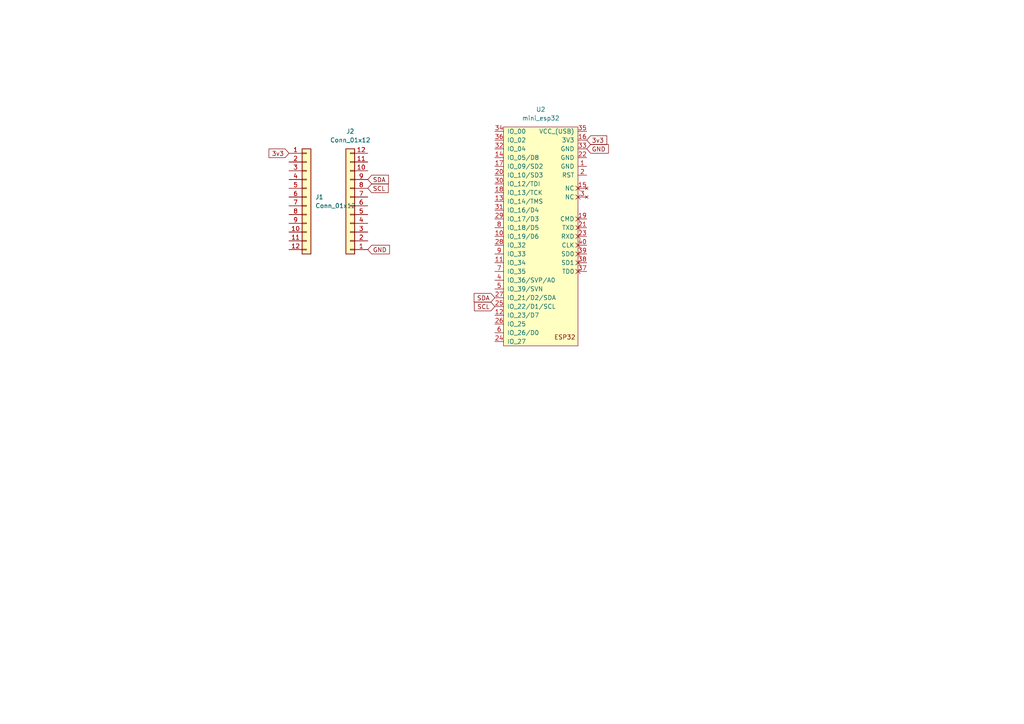
<source format=kicad_sch>
(kicad_sch (version 20211123) (generator eeschema)
  (paper "A4")
  (lib_symbols
    (symbol "Connector_Generic:Conn_01x12" (pin_names (offset 1.016) hide)
      (property "Reference" "J" (at 0 15.24 0))
      (property "Value" "Conn_01x12" (at 0 -17.78 0))
      (symbol "Conn_01x12_1_1"
        (rectangle (start -1.27 -15.113) (end 0 -15.367) (stroke (width 0.1524)))
        (rectangle (start -1.27 -12.573) (end 0 -12.827) (stroke (width 0.1524)))
        (rectangle (start -1.27 -10.033) (end 0 -10.287) (stroke (width 0.1524)))
        (rectangle (start -1.27 -7.493) (end 0 -7.747) (stroke (width 0.1524)))
        (rectangle (start -1.27 -4.953) (end 0 -5.207) (stroke (width 0.1524)))
        (rectangle (start -1.27 -2.413) (end 0 -2.667) (stroke (width 0.1524)))
        (rectangle (start -1.27 0.127) (end 0 -0.127) (stroke (width 0.1524)))
        (rectangle (start -1.27 2.667) (end 0 2.413) (stroke (width 0.1524)))
        (rectangle (start -1.27 5.207) (end 0 4.953) (stroke (width 0.1524)))
        (rectangle (start -1.27 7.747) (end 0 7.493) (stroke (width 0.1524)))
        (rectangle (start -1.27 10.287) (end 0 10.033) (stroke (width 0.1524)))
        (rectangle (start -1.27 12.827) (end 0 12.573) (stroke (width 0.1524)))
        (rectangle (start -1.27 13.97) (end 1.27 -16.51) (stroke (width 0.254)) (fill (type background)))
        (pin passive line (at -5.08 12.7 0) (length 3.81) (name "Pin_1") (number "1"))
        (pin passive line (at -5.08 -10.16 0) (length 3.81) (name "Pin_10") (number "10"))
        (pin passive line (at -5.08 -12.7 0) (length 3.81) (name "Pin_11") (number "11"))
        (pin passive line (at -5.08 -15.24 0) (length 3.81) (name "Pin_12") (number "12"))
        (pin passive line (at -5.08 10.16 0) (length 3.81) (name "Pin_2") (number "2"))
        (pin passive line (at -5.08 7.62 0) (length 3.81) (name "Pin_3") (number "3"))
        (pin passive line (at -5.08 5.08 0) (length 3.81) (name "Pin_4") (number "4"))
        (pin passive line (at -5.08 2.54 0) (length 3.81) (name "Pin_5") (number "5"))
        (pin passive line (at -5.08 0 0) (length 3.81) (name "Pin_6") (number "6"))
        (pin passive line (at -5.08 -2.54 0) (length 3.81) (name "Pin_7") (number "7"))
        (pin passive line (at -5.08 -5.08 0) (length 3.81) (name "Pin_8") (number "8"))
        (pin passive line (at -5.08 -7.62 0) (length 3.81) (name "Pin_9") (number "9"))
      )
    )
    (symbol "ESP32_mini:mini_esp32" (pin_names (offset 1.016))
      (property "Reference" "U" (at -7.62 -50.8 0))
      (property "Value" "mini_esp32" (at 5.08 -59.69 0))
      (symbol "mini_esp32_0_0"
        (text "ESP32" (at 7.62 -62.23 0) (effects (font (size 1.27 1.27))))
        (pin power_in line (at 13.97 -12.7 180) (length 2.54) (name "GND") (number "1"))
        (pin input line (at 13.97 -15.24 180) (length 2.54) (name "RST") (number "2"))
        (pin no_connect non_logic (at 13.97 -21.59 180) (length 2.54) (name "NC") (number "3"))
        (pin bidirectional line (at -12.7 -45.72 0) (length 2.54) (name "IO_36/SVP/A0") (number "4"))
        (pin bidirectional line (at -12.7 -48.26 0) (length 2.54) (name "IO_39/SVN") (number "5"))
      )
      (symbol "mini_esp32_0_1"
        (rectangle (start -10.16 -1.27) (end 11.43 -64.77) (fill (type background)))
      )
      (symbol "mini_esp32_1_1"
        (pin bidirectional line (at -12.7 -33.02 0) (length 2.54) (name "IO_19/D6") (number "10"))
        (pin bidirectional line (at -12.7 -40.64 0) (length 2.54) (name "IO_34") (number "11"))
        (pin bidirectional line (at -12.7 -55.88 0) (length 2.54) (name "IO_23/D7") (number "12"))
        (pin bidirectional line (at -12.7 -22.86 0) (length 2.54) (name "IO_14/TMS") (number "13"))
        (pin bidirectional line (at -12.7 -10.16 0) (length 2.54) (name "IO_05/D8") (number "14"))
        (pin no_connect non_logic (at 13.97 -19.05 180) (length 2.54) (name "NC") (number "15"))
        (pin power_in line (at 13.97 -5.08 180) (length 2.54) (name "3V3") (number "16"))
        (pin bidirectional line (at -12.7 -12.7 0) (length 2.54) (name "IO_09/SD2") (number "17"))
        (pin bidirectional line (at -12.7 -20.32 0) (length 2.54) (name "IO_13/TCK") (number "18"))
        (pin passive non_logic (at 13.97 -27.94 180) (length 2.54) (name "CMD") (number "19"))
        (pin bidirectional line (at -12.7 -15.24 0) (length 2.54) (name "IO_10/SD3") (number "20"))
        (pin passive non_logic (at 13.97 -30.48 180) (length 2.54) (name "TXD") (number "21"))
        (pin power_in line (at 13.97 -10.16 180) (length 2.54) (name "GND") (number "22"))
        (pin passive non_logic (at 13.97 -33.02 180) (length 2.54) (name "RXD") (number "23"))
        (pin bidirectional line (at -12.7 -63.5 0) (length 2.54) (name "IO_27") (number "24"))
        (pin bidirectional line (at -12.7 -53.34 0) (length 2.54) (name "IO_22/D1/SCL") (number "25"))
        (pin bidirectional line (at -12.7 -58.42 0) (length 2.54) (name "IO_25") (number "26"))
        (pin bidirectional line (at -12.7 -50.8 0) (length 2.54) (name "IO_21/D2/SDA") (number "27"))
        (pin bidirectional line (at -12.7 -35.56 0) (length 2.54) (name "IO_32") (number "28"))
        (pin bidirectional line (at -12.7 -27.94 0) (length 2.54) (name "IO_17/D3") (number "29"))
        (pin bidirectional line (at -12.7 -17.78 0) (length 2.54) (name "IO_12/TDI") (number "30"))
        (pin bidirectional line (at -12.7 -25.4 0) (length 2.54) (name "IO_16/D4") (number "31"))
        (pin bidirectional line (at -12.7 -7.62 0) (length 2.54) (name "IO_04") (number "32"))
        (pin power_in line (at 13.97 -7.62 180) (length 2.54) (name "GND") (number "33"))
        (pin bidirectional line (at -12.7 -2.54 0) (length 2.54) (name "IO_00") (number "34"))
        (pin power_in line (at 13.97 -2.54 180) (length 2.54) (name "VCC_(USB)") (number "35"))
        (pin bidirectional line (at -12.7 -5.08 0) (length 2.54) (name "IO_02") (number "36"))
        (pin passive non_logic (at 13.97 -43.18 180) (length 2.54) (name "TD0") (number "37"))
        (pin passive non_logic (at 13.97 -40.64 180) (length 2.54) (name "SD1") (number "38"))
        (pin passive non_logic (at 13.97 -38.1 180) (length 2.54) (name "SD0") (number "39"))
        (pin passive non_logic (at 13.97 -35.56 180) (length 2.54) (name "CLK") (number "40"))
        (pin bidirectional line (at -12.7 -60.96 0) (length 2.54) (name "IO_26/D0") (number "6"))
        (pin bidirectional line (at -12.7 -43.18 0) (length 2.54) (name "IO_35") (number "7"))
        (pin bidirectional line (at -12.7 -30.48 0) (length 2.54) (name "IO_18/D5") (number "8"))
        (pin bidirectional line (at -12.7 -38.1 0) (length 2.54) (name "IO_33") (number "9"))
      )
    )
  )
  (global_label "SCL" (shape input) (at 106.68 54.61 0) (property "Intersheet References" "${INTERSHEET_REFS}" (effects hide)))
  (global_label "3v3" (shape input) (at 170.18 40.64 0) (property "Intersheet References" "${INTERSHEET_REFS}" (effects hide)))
  (global_label "GND" (shape input) (at 106.68 72.39 0) (property "Intersheet References" "${INTERSHEET_REFS}" (effects hide)))
  (global_label "SCL" (shape input) (at 143.51 88.9 180) (property "Intersheet References" "${INTERSHEET_REFS}" (effects hide)))
  (global_label "GND" (shape input) (at 170.18 43.18 0) (property "Intersheet References" "${INTERSHEET_REFS}" (effects hide)))
  (global_label "SDA" (shape input) (at 106.68 52.07 0) (property "Intersheet References" "${INTERSHEET_REFS}" (effects hide)))
  (global_label "3v3" (shape input) (at 83.82 44.45 180) (property "Intersheet References" "${INTERSHEET_REFS}" (effects hide)))
  (global_label "SDA" (shape input) (at 143.51 86.36 180) (property "Intersheet References" "${INTERSHEET_REFS}" (effects hide)))
  (symbol (lib_id "Connector_Generic:Conn_01x12") (at 88.9 57.15 0) (unit 1)
    (property "Reference" "J1" (at 91.44 57.1499 0) (effects (justify left)))
    (property "Value" "Conn_01x12" (at 91.44 59.6899 0) (effects (justify left)))
    (property "Footprint" "Connector_PinSocket_2.54mm:PinSocket_1x11_P2.54mm_Vertical" (effects hide))
  )
  (symbol (lib_id "ESP32_mini:mini_esp32") (at 156.21 35.56 0) (unit 1)
    (property "Reference" "U2" (at 156.845 31.75 0))
    (property "Value" "mini_esp32" (at 156.845 34.29 0))
    (property "Footprint" "ESP32_mini:ESP32_mini" (effects hide))
  )
  (symbol (lib_id "Connector_Generic:Conn_01x12") (at 101.6 59.69 180) (unit 1)
    (property "Reference" "J2" (at 101.6 38.1 0))
    (property "Value" "Conn_01x12" (at 101.6 40.64 0))
    (property "Footprint" "Connector_PinSocket_2.54mm:PinSocket_1x11_P2.54mm_Vertical" (effects hide))
  )
)
</source>
